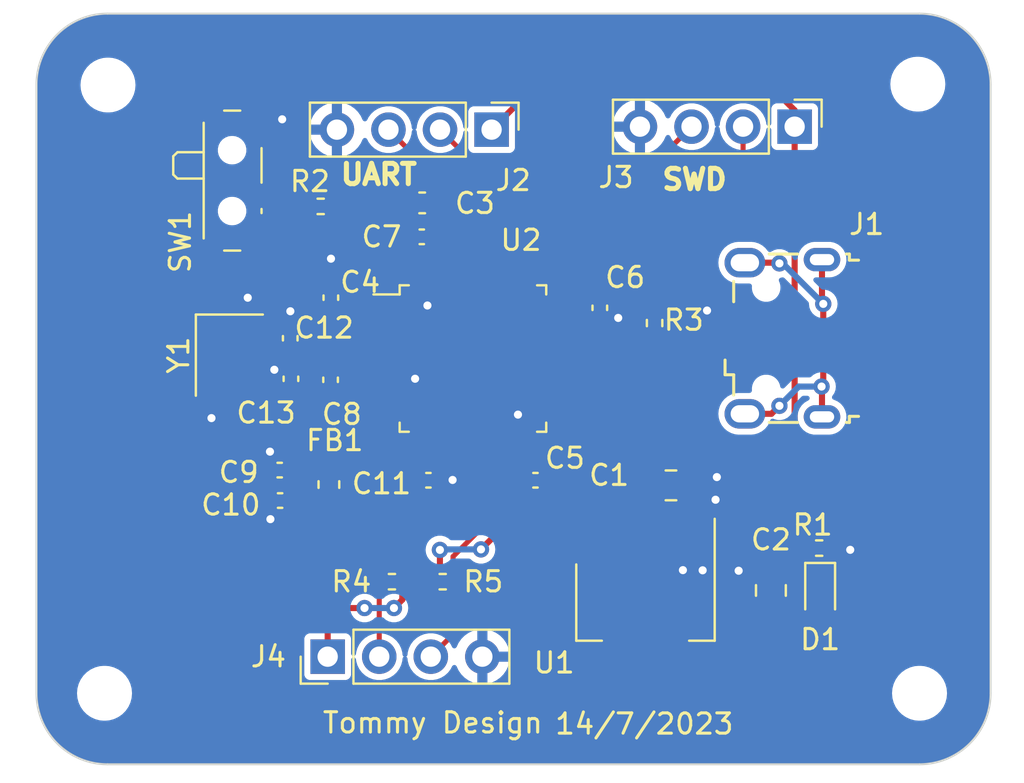
<source format=kicad_pcb>
(kicad_pcb (version 20221018) (generator pcbnew)
  (layers (0 "F.Cu" signal) (31 "B.Cu" power) (34 "B.Paste" user) (35 "F.Paste" user) (36 "B.SilkS" user "B.Silkscreen") (37 "F.SilkS" user "F.Silkscreen") (38 "B.Mask" user) (39 "F.Mask" user) (44 "Edge.Cuts" user))
  (net 0 "")
  (net 1 "VBUS")
  (net 2 "+3.3V")
  (net 3 "GND")
  (net 4 "+3.3VA")
  (net 5 "/NRST")
  (net 6 "/HSE_IN")
  (net 7 "/HSE_OUT")
  (net 8 "/Cathot")
  (net 9 "/USB_D-")
  (net 10 "/USB_D+")
  (net 12 "unconnected-(J1-Shield-Pad6)")
  (net 13 "/USART1_TX")
  (net 14 "/USART1_RX")
  (net 15 "/SWDIO")
  (net 16 "/SWCLK")
  (net 17 "/I2C2_SCL")
  (net 18 "/I2C2_SDA")
  (net 19 "/SV_BOOTO")
  (net 20 "/BOOTO")
  (footprint "Connector_PinHeader_2.54mm:PinHeader_1x04_P2.54mm_Vertical" (layer "F.Cu") (at 96.418683 54.717167 -90)
    (fp_text reference "J2" (at 2.5 -1.063738 -180) (layer "F.SilkS"))
    (fp_text value "Conn_01x04_Pin")
    (pad "1" thru_hole rect (at 0 0 270) (size 1.7 1.7) (drill 1) (layers "*.Cu" "*.Mask") (net 2 "+3.3V"))
    (pad "2" thru_hole oval (at 0 2.54 270) (size 1.7 1.7) (drill 1) (layers "*.Cu" "*.Mask") (net 13 "/USART1_TX"))
    (pad "3" thru_hole oval (at 0 5.08 270) (size 1.7 1.7) (drill 1) (layers "*.Cu" "*.Mask") (net 14 "/USART1_RX"))
    (pad "4" thru_hole oval (at 0 7.62 270) (size 1.7 1.7) (drill 1) (layers "*.Cu" "*.Mask") (net 3 "GND"))
  )
  (footprint "Resistor_SMD:R_0402_1005Metric" (layer "F.Cu") (at 112.556185 75.343833 180)
    (fp_text reference "R1" (at 0.322063 1.143255 180) (layer "F.SilkS"))
    (fp_text value "1K5")
    (pad "1" smd roundrect (at -0.51 0 180) (size 0.54 0.64) (layers "F.Cu" "F.Paste" "F.Mask") (net 3 "GND"))
    (pad "2" smd roundrect (at 0.51 0 180) (size 0.54 0.64) (layers "F.Cu" "F.Paste" "F.Mask") (net 8 "/Cathot"))
  )
  (footprint "MountingHole:MountingHole_2.2mm_M2" (layer "F.Cu") (at 77.350771 82.5)
    (fp_text reference "H1")
    (fp_text value "MountingHole")
    (pad "" np_thru_hole circle (at 0 0) (size 2.2 2.2) (drill 2.2) (layers "*.Cu" "*.Mask"))
  )
  (footprint "LED_SMD:LED_0603_1608Metric" (layer "F.Cu") (at 112.604427 77.56225 -90)
    (fp_text reference "D1" (at 2.2875 0 -180) (layer "F.SilkS"))
    (fp_text value "LED")
    (pad "1" smd roundrect (at -0.7875 0 270) (size 0.875 0.95) (layers "F.Cu" "F.Paste" "F.Mask") (net 8 "/Cathot"))
    (pad "2" smd roundrect (at 0.7875 0 270) (size 0.875 0.95) (layers "F.Cu" "F.Paste" "F.Mask") (net 2 "+3.3V"))
  )
  (footprint "Resistor_SMD:R_0402_1005Metric" (layer "F.Cu") (at 94.01 77 180)
    (fp_text reference "R5" (at -2 0) (layer "F.SilkS"))
    (fp_text value "1K5")
    (pad "1" smd roundrect (at -0.51 0 180) (size 0.54 0.64) (layers "F.Cu" "F.Paste" "F.Mask") (net 18 "/I2C2_SDA"))
    (pad "2" smd roundrect (at 0.51 0 180) (size 0.54 0.64) (layers "F.Cu" "F.Paste" "F.Mask") (net 2 "+3.3V"))
  )
  (footprint "Resistor_SMD:R_0402_1005Metric" (layer "F.Cu") (at 88 58.5)
    (fp_text reference "R2" (at -0.530639 -1.230854) (layer "F.SilkS"))
    (fp_text value "10K")
    (pad "1" smd roundrect (at -0.51 0) (size 0.54 0.64) (layers "F.Cu" "F.Paste" "F.Mask") (net 19 "/SV_BOOTO"))
    (pad "2" smd roundrect (at 0.51 0) (size 0.54 0.64) (layers "F.Cu" "F.Paste" "F.Mask") (net 20 "/BOOTO"))
  )
  (footprint "Connector_USB:USB_Micro-B_Wuerth_629105150521" (layer "F.Cu") (at 110.745 65 90)
    (fp_text reference "J1" (at 5.615977 4.150672 180) (layer "F.SilkS"))
    (fp_text value "USB_B_Micro")
    (pad "" np_thru_hole oval (at -2.5 -0.8 90) (size 0.8 0.8) (drill 0.8) (layers "*.Cu" "*.Mask"))
    (pad "" np_thru_hole oval (at 2.5 -0.8 90) (size 0.8 0.8) (drill 0.8) (layers "*.Cu" "*.Mask"))
    (pad "1" smd rect (at -1.3 -1.9 90) (size 0.45 1.3) (layers "F.Cu" "F.Paste" "F.Mask") (net 1 "VBUS"))
    (pad "2" smd rect (at -0.65 -1.9 90) (size 0.45 1.3) (layers "F.Cu" "F.Paste" "F.Mask") (net 9 "/USB_D-"))
    (pad "3" smd rect (at 0 -1.9 90) (size 0.45 1.3) (layers "F.Cu" "F.Paste" "F.Mask") (net 10 "/USB_D+"))
    (pad "4" smd rect (at 0.65 -1.9 90) (size 0.45 1.3) (layers "F.Cu" "F.Paste" "F.Mask"))
    (pad "5" smd rect (at 1.3 -1.9 90) (size 0.45 1.3) (layers "F.Cu" "F.Paste" "F.Mask") (net 3 "GND"))
    (pad "6" thru_hole oval (at -3.875 1.95 90) (size 1.15 1.8) (drill oval 0.55 1.2) (layers "*.Cu" "*.Mask") (net 12 "unconnected-(J1-Shield-Pad6)"))
    (pad "6" thru_hole oval (at -3.725 -1.85 90) (size 1.45 2) (drill oval 0.85 1.4) (layers "*.Cu" "*.Mask") (net 12 "unconnected-(J1-Shield-Pad6)"))
    (pad "6" thru_hole oval (at 3.725 -1.85 90) (size 1.45 2) (drill oval 0.85 1.4) (layers "*.Cu" "*.Mask") (net 12 "unconnected-(J1-Shield-Pad6)"))
    (pad "6" thru_hole oval (at 3.875 1.95 90) (size 1.15 1.8) (drill oval 0.55 1.2) (layers "*.Cu" "*.Mask") (net 12 "unconnected-(J1-Shield-Pad6)"))
  )
  (footprint "Package_TO_SOT_SMD:SOT-223-3_TabPin2" (layer "F.Cu") (at 104 78 -90)
    (fp_text reference "U1" (at 3 4.5 -180) (layer "F.SilkS"))
    (fp_text value "AMS1117-3.3")
    (pad "1" smd rect (at -3.15 -2.3 270) (size 2 1.5) (layers "F.Cu" "F.Paste" "F.Mask") (net 3 "GND"))
    (pad "2" smd rect (at -3.15 0 270) (size 2 1.5) (layers "F.Cu" "F.Paste" "F.Mask") (net 2 "+3.3V"))
    (pad "2" smd rect (at 3.15 0 270) (size 2 3.8) (layers "F.Cu" "F.Paste" "F.Mask") (net 2 "+3.3V"))
    (pad "3" smd rect (at -3.15 2.3 270) (size 2 1.5) (layers "F.Cu" "F.Paste" "F.Mask") (net 1 "VBUS"))
  )
  (footprint "Capacitor_SMD:C_0402_1005Metric" (layer "F.Cu") (at 86 73 180)
    (fp_text reference "C10" (at 2.426205 -0.214709) (layer "F.SilkS"))
    (fp_text value "1u")
    (pad "1" smd roundrect (at -0.48 0 180) (size 0.56 0.62) (layers "F.Cu" "F.Paste" "F.Mask") (net 2 "+3.3V"))
    (pad "2" smd roundrect (at 0.48 0 180) (size 0.56 0.62) (layers "F.Cu" "F.Paste" "F.Mask") (net 3 "GND"))
  )
  (footprint "Capacitor_SMD:C_0402_1005Metric" (layer "F.Cu") (at 98.58 72 180)
    (fp_text reference "C5" (at -1.449801 1.088821) (layer "F.SilkS"))
    (fp_text value "100n")
    (pad "1" smd roundrect (at -0.48 0 180) (size 0.56 0.62) (layers "F.Cu" "F.Paste" "F.Mask") (net 2 "+3.3V"))
    (pad "2" smd roundrect (at 0.48 0 180) (size 0.56 0.62) (layers "F.Cu" "F.Paste" "F.Mask") (net 3 "GND"))
  )
  (footprint "Capacitor_SMD:C_0402_1005Metric" (layer "F.Cu") (at 88.487075 67.047458 90)
    (fp_text reference "C8" (at -1.700534 0.552341 180) (layer "F.SilkS"))
    (fp_text value "10u")
    (pad "1" smd roundrect (at -0.48 0 90) (size 0.56 0.62) (layers "F.Cu" "F.Paste" "F.Mask") (net 4 "+3.3VA"))
    (pad "2" smd roundrect (at 0.48 0 90) (size 0.56 0.62) (layers "F.Cu" "F.Paste" "F.Mask") (net 3 "GND"))
  )
  (footprint "Package_QFP:LQFP-48_7x7mm_P0.5mm" (layer "F.Cu") (at 95.5 66)
    (fp_text reference "U2" (at 2.366614 -5.834975) (layer "F.SilkS"))
    (fp_text value "STM32F103C8T6")
    (pad "1" smd roundrect (at -4.1625 -2.75) (size 1.475 0.3) (layers "F.Cu" "F.Paste" "F.Mask") (net 2 "+3.3V"))
    (pad "2" smd roundrect (at -4.1625 -2.25) (size 1.475 0.3) (layers "F.Cu" "F.Paste" "F.Mask"))
    (pad "3" smd roundrect (at -4.1625 -1.75) (size 1.475 0.3) (layers "F.Cu" "F.Paste" "F.Mask"))
    (pad "4" smd roundrect (at -4.1625 -1.25) (size 1.475 0.3) (layers "F.Cu" "F.Paste" "F.Mask"))
    (pad "5" smd roundrect (at -4.1625 -0.75) (size 1.475 0.3) (layers "F.Cu" "F.Paste" "F.Mask") (net 6 "/HSE_IN"))
    (pad "6" smd roundrect (at -4.1625 -0.25) (size 1.475 0.3) (layers "F.Cu" "F.Paste" "F.Mask") (net 7 "/HSE_OUT"))
    (pad "7" smd roundrect (at -4.1625 0.25) (size 1.475 0.3) (layers "F.Cu" "F.Paste" "F.Mask") (net 5 "/NRST"))
    (pad "8" smd roundrect (at -4.1625 0.75) (size 1.475 0.3) (layers "F.Cu" "F.Paste" "F.Mask") (net 3 "GND"))
    (pad "9" smd roundrect (at -4.1625 1.25) (size 1.475 0.3) (layers "F.Cu" "F.Paste" "F.Mask") (net 4 "+3.3VA"))
    (pad "10" smd roundrect (at -4.1625 1.75) (size 1.475 0.3) (layers "F.Cu" "F.Paste" "F.Mask"))
    (pad "11" smd roundrect (at -4.1625 2.25) (size 1.475 0.3) (layers "F.Cu" "F.Paste" "F.Mask"))
    (pad "12" smd roundrect (at -4.1625 2.75) (size 1.475 0.3) (layers "F.Cu" "F.Paste" "F.Mask"))
    (pad "13" smd roundrect (at -2.75 4.1625) (size 0.3 1.475) (layers "F.Cu" "F.Paste" "F.Mask"))
    (pad "14" smd roundrect (at -2.25 4.1625) (size 0.3 1.475) (layers "F.Cu" "F.Paste" "F.Mask"))
    (pad "15" smd roundrect (at -1.75 4.1625) (size 0.3 1.475) (layers "F.Cu" "F.Paste" "F.Mask"))
    (pad "16" smd roundrect (at -1.25 4.1625) (size 0.3 1.475) (layers "F.Cu" "F.Paste" "F.Mask"))
    (pad "17" smd roundrect (at -0.75 4.1625) (size 0.3 1.475) (layers "F.Cu" "F.Paste" "F.Mask"))
    (pad "18" smd roundrect (at -0.25 4.1625) (size 0.3 1.475) (layers "F.Cu" "F.Paste" "F.Mask"))
    (pad "19" smd roundrect (at 0.25 4.1625) (size 0.3 1.475) (layers "F.Cu" "F.Paste" "F.Mask"))
    (pad "20" smd roundrect (at 0.75 4.1625) (size 0.3 1.475) (layers "F.Cu" "F.Paste" "F.Mask"))
    (pad "21" smd roundrect (at 1.25 4.1625) (size 0.3 1.475) (layers "F.Cu" "F.Paste" "F.Mask") (net 17 "/I2C2_SCL"))
    (pad "22" smd roundrect (at 1.75 4.1625) (size 0.3 1.475) (layers "F.Cu" "F.Paste" "F.Mask") (net 18 "/I2C2_SDA"))
    (pad "23" smd roundrect (at 2.25 4.1625) (size 0.3 1.475) (layers "F.Cu" "F.Paste" "F.Mask") (net 3 "GND"))
    (pad "24" smd roundrect (at 2.75 4.1625) (size 0.3 1.475) (layers "F.Cu" "F.Paste" "F.Mask") (net 2 "+3.3V"))
    (pad "25" smd roundrect (at 4.1625 2.75) (size 1.475 0.3) (layers "F.Cu" "F.Paste" "F.Mask"))
    (pad "26" smd roundrect (at 4.1625 2.25) (size 1.475 0.3) (layers "F.Cu" "F.Paste" "F.Mask"))
    (pad "27" smd roundrect (at 4.1625 1.75) (size 1.475 0.3) (layers "F.Cu" "F.Paste" "F.Mask"))
    (pad "28" smd roundrect (at 4.1625 1.25) (size 1.475 0.3) (layers "F.Cu" "F.Paste" "F.Mask"))
    (pad "29" smd roundrect (at 4.1625 0.75) (size 1.475 0.3) (layers "F.Cu" "F.Paste" "F.Mask"))
    (pad "30" smd roundrect (at 4.1625 0.25) (size 1.475 0.3) (layers "F.Cu" "F.Paste" "F.Mask"))
    (pad "31" smd roundrect (at 4.1625 -0.25) (size 1.475 0.3) (layers "F.Cu" "F.Paste" "F.Mask"))
    (pad "32" smd roundrect (at 4.1625 -0.75) (size 1.475 0.3) (layers "F.Cu" "F.Paste" "F.Mask") (net 9 "/USB_D-"))
    (pad "33" smd roundrect (at 4.1625 -1.25) (size 1.475 0.3) (layers "F.Cu" "F.Paste" "F.Mask") (net 10 "/USB_D+"))
    (pad "34" smd roundrect (at 4.1625 -1.75) (size 1.475 0.3) (layers "F.Cu" "F.Paste" "F.Mask") (net 15 "/SWDIO"))
    (pad "35" smd roundrect (at 4.1625 -2.25) (size 1.475 0.3) (layers "F.Cu" "F.Paste" "F.Mask") (net 3 "GND"))
    (pad "36" smd roundrect (at 4.1625 -2.75) (size 1.475 0.3) (layers "F.Cu" "F.Paste" "F.Mask") (net 2 "+3.3V"))
    (pad "37" smd roundrect (at 2.75 -4.1625) (size 0.3 1.475) (layers "F.Cu" "F.Paste" "F.Mask") (net 16 "/SWCLK"))
    (pad "38" smd roundrect (at 2.25 -4.1625) (size 0.3 1.475) (layers "F.Cu" "F.Paste" "F.Mask"))
    (pad "39" smd roundrect (at 1.75 -4.1625) (size 0.3 1.475) (layers "F.Cu" "F.Paste" "F.Mask"))
    (pad "40" smd roundrect (at 1.25 -4.1625) (size 0.3 1.475) (layers "F.Cu" "F.Paste" "F.Mask"))
    (pad "41" smd roundrect (at 0.75 -4.1625) (size 0.3 1.475) (layers "F.Cu" "F.Paste" "F.Mask"))
    (pad "42" smd roundrect (at 0.25 -4.1625) (size 0.3 1.475) (layers "F.Cu" "F.Paste" "F.Mask") (net 13 "/USART1_TX"))
    (pad "43" smd roundrect (at -0.25 -4.1625) (size 0.3 1.475) (layers "F.Cu" "F.Paste" "F.Mask") (net 14 "/USART1_RX"))
    (pad "44" smd roundrect (at -0.75 -4.1625) (size 0.3 1.475) (layers "F.Cu" "F.Paste" "F.Mask") (net 20 "/BOOTO"))
    (pad "45" smd roundrect (at -1.25 -4.1625) (size 0.3 1.475) (layers "F.Cu" "F.Paste" "F.Mask"))
    (pad "46" smd roundrect (at -1.75 -4.1625) (size 0.3 1.475) (layers "F.Cu" "F.Paste" "F.Mask"))
    (pad "47" smd roundrect (at -2.25 -4.1625) (size 0.3 1.475) (layers "F.Cu" "F.Paste" "F.Mask") (net 3 "GND"))
    (pad "48" smd roundrect (at -2.75 -4.1625) (size 0.3 1.475) (layers "F.Cu" "F.Paste" "F.Mask") (net 2 "+3.3V"))
  )
  (footprint "Inductor_SMD:L_0603_1608Metric" (layer "F.Cu") (at 88.403957 72.211069 90)
    (fp_text reference "FB1" (at 2.172143 0.286558 180) (layer "F.SilkS"))
    (fp_text value "120R")
    (pad "1" smd roundrect (at -0.7875 0 90) (size 0.875 0.95) (layers "F.Cu" "F.Paste" "F.Mask") (net 2 "+3.3V"))
    (pad "2" smd roundrect (at 0.7875 0 90) (size 0.875 0.95) (layers "F.Cu" "F.Paste" "F.Mask") (net 4 "+3.3VA"))
  )
  (footprint "MountingHole:MountingHole_2.2mm_M2" (layer "F.Cu") (at 117.5 82.5)
    (fp_text reference "H2")
    (fp_text value "MountingHole")
    (pad "" np_thru_hole circle (at 0 0) (size 2.2 2.2) (drill 2.2) (layers "F&B.Cu" "*.Mask"))
  )
  (footprint "Capacitor_SMD:C_0402_1005Metric" (layer "F.Cu") (at 93.306696 72)
    (fp_text reference "C11" (at -2.313434 0.167223) (layer "F.SilkS"))
    (fp_text value "100n")
    (pad "1" smd roundrect (at -0.48 0) (size 0.56 0.62) (layers "F.Cu" "F.Paste" "F.Mask") (net 5 "/NRST"))
    (pad "2" smd roundrect (at 0.48 0) (size 0.56 0.62) (layers "F.Cu" "F.Paste" "F.Mask") (net 3 "GND"))
  )
  (footprint "Crystal:Crystal_SMD_3225-4Pin_3.2x2.5mm" (layer "F.Cu") (at 83.5 65.831698 -90)
    (fp_text reference "Y1" (at 0 2.5 90) (layer "F.SilkS"))
    (fp_text value "16MH")
    (pad "1" smd rect (at -1.1 0.85 270) (size 1.4 1.2) (layers "F.Cu" "F.Paste" "F.Mask") (net 6 "/HSE_IN"))
    (pad "2" smd rect (at 1.1 0.85 270) (size 1.4 1.2) (layers "F.Cu" "F.Paste" "F.Mask") (net 3 "GND"))
    (pad "3" smd rect (at 1.1 -0.85 270) (size 1.4 1.2) (layers "F.Cu" "F.Paste" "F.Mask") (net 7 "/HSE_OUT"))
    (pad "4" smd rect (at -1.1 -0.85 270) (size 1.4 1.2) (layers "F.Cu" "F.Paste" "F.Mask") (net 3 "GND"))
  )
  (footprint "Capacitor_SMD:C_0402_1005Metric" (layer "F.Cu") (at 92.98 60)
    (fp_text reference "C7" (at -1.98 0) (layer "F.SilkS"))
    (fp_text value "100n")
    (pad "1" smd roundrect (at -0.48 0) (size 0.56 0.62) (layers "F.Cu" "F.Paste" "F.Mask") (net 2 "+3.3V"))
    (pad "2" smd roundrect (at 0.48 0) (size 0.56 0.62) (layers "F.Cu" "F.Paste" "F.Mask") (net 3 "GND"))
  )
  (footprint "Capacitor_SMD:C_0402_1005Metric" (layer "F.Cu") (at 88.5 63 90)
    (fp_text reference "C4" (at 0.762503 1.445792) (layer "F.SilkS"))
    (fp_text value "100n")
    (pad "1" smd roundrect (at -0.48 0 90) (size 0.56 0.62) (layers "F.Cu" "F.Paste" "F.Mask") (net 2 "+3.3V"))
    (pad "2" smd roundrect (at 0.48 0 90) (size 0.56 0.62) (layers "F.Cu" "F.Paste" "F.Mask") (net 3 "GND"))
  )
  (footprint "Button_Switch_SMD:SW_SPDT_PCM12" (layer "F.Cu") (at 83.965935 57.229255 -90)
    (fp_text reference "SW1" (at 3.023797 2.883614 90) (layer "F.SilkS"))
    (fp_text value "SW_SPDT")
    (pad "" smd rect (at -3.65 -0.78 270) (size 1 0.8) (layers "F.Cu" "F.Paste" "F.Mask"))
    (pad "" smd rect (at -3.65 1.43 270) (size 1 0.8) (layers "F.Cu" "F.Paste" "F.Mask"))
    (pad "" np_thru_hole circle (at -1.5 0.33 270) (size 0.9 0.9) (drill 0.9) (layers "*.Cu" "*.Mask"))
    (pad "" np_thru_hole circle (at 1.5 0.33 270) (size 0.9 0.9) (drill 0.9) (layers "*.Cu" "*.Mask"))
    (pad "" smd rect (at 3.65 -0.78 270) (size 1 0.8) (layers "F.Cu" "F.Paste" "F.Mask"))
    (pad "" smd rect (at 3.65 1.43 270) (size 1 0.8) (layers "F.Cu" "F.Paste" "F.Mask"))
    (pad "1" smd rect (at -2.25 -1.43 270) (size 0.7 1.5) (layers "F.Cu" "F.Paste" "F.Mask") (net 3 "GND"))
    (pad "2" smd rect (at 0.75 -1.43 270) (size 0.7 1.5) (layers "F.Cu" "F.Paste" "F.Mask") (net 19 "/SV_BOOTO"))
    (pad "3" smd rect (at 2.25 -1.43 270) (size 0.7 1.5) (layers "F.Cu" "F.Paste" "F.Mask") (net 2 "+3.3V"))
  )
  (footprint "Capacitor_SMD:C_0603_1608Metric" (layer "F.Cu") (at 93 58.327489)
    (fp_text reference "C3" (at 2.597971 0.021471) (layer "F.SilkS"))
    (fp_text value "10u")
    (pad "1" smd roundrect (at -0.775 0) (size 0.9 0.95) (layers "F.Cu" "F.Paste" "F.Mask") (net 2 "+3.3V"))
    (pad "2" smd roundrect (at 0.775 0) (size 0.9 0.95) (layers "F.Cu" "F.Paste" "F.Mask") (net 3 "GND"))
  )
  (footprint "Connector_PinHeader_2.54mm:PinHeader_1x04_P2.54mm_Vertical" (layer "F.Cu") (at 111.347694 54.570629 -90)
    (fp_text reference "J3" (at 2.5 8.8 -180) (layer "F.SilkS"))
    (fp_text value "Conn_01x04_Pin")
    (pad "1" thru_hole rect (at 0 0 270) (size 1.7 1.7) (drill 1) (layers "*.Cu" "*.Mask") (net 2 "+3.3V"))
    (pad "2" thru_hole oval (at 0 2.54 270) (size 1.7 1.7) (drill 1) (layers "*.Cu" "*.Mask") (net 15 "/SWDIO"))
    (pad "3" thru_hole oval (at 0 5.08 270) (size 1.7 1.7) (drill 1) (layers "*.Cu" "*.Mask") (net 16 "/SWCLK"))
    (pad "4" thru_hole oval (at 0 7.62 270) (size 1.7 1.7) (drill 1) (layers "*.Cu" "*.Mask") (net 3 "GND"))
  )
  (footprint "Connector_PinHeader_2.54mm:PinHeader_1x04_P2.54mm_Vertical" (layer "F.Cu") (at 88.344177 80.696343 90)
    (fp_text reference "J4" (at 0 -2.92 180) (layer "F.SilkS"))
    (fp_text value "Conn_01x04_Pin")
    (pad "1" thru_hole rect (at 0 0 90) (size 1.7 1.7) (drill 1) (layers "*.Cu" "*.Mask") (net 2 "+3.3V"))
    (pad "2" thru_hole oval (at 0 2.54 90) (size 1.7 1.7) (drill 1) (layers "*.Cu" "*.Mask") (net 17 "/I2C2_SCL"))
    (pad "3" thru_hole oval (at 0 5.08 90) (size 1.7 1.7) (drill 1) (layers "*.Cu" "*.Mask") (net 18 "/I2C2_SDA"))
    (pad "4" thru_hole oval (at 0 7.62 90) (size 1.7 1.7) (drill 1) (layers "*.Cu" "*.Mask") (net 3 "GND"))
  )
  (footprint "MountingHole:MountingHole_2.2mm_M2" (layer "F.Cu") (at 117.416497 52.47508)
    (fp_text reference "H4")
    (fp_text value "MountingHole")
    (pad "" np_thru_hole circle (at 0 0) (size 2.2 2.2) (drill 2.2) (layers "*.Cu" "*.Mask"))
  )
  (footprint "Resistor_SMD:R_0402_1005Metric" (layer "F.Cu") (at 91.51 77)
    (fp_text reference "R4" (at -2 0) (layer "F.SilkS"))
    (fp_text value "1K5")
    (pad "1" smd roundrect (at -0.51 0) (size 0.54 0.64) (layers "F.Cu" "F.Paste" "F.Mask") (net 17 "/I2C2_SCL"))
    (pad "2" smd roundrect (at 0.51 0) (size 0.54 0.64) (layers "F.Cu" "F.Paste" "F.Mask") (net 2 "+3.3V"))
  )
  (footprint "Resistor_SMD:R_0402_1005Metric" (layer "F.Cu") (at 104.448729 64.251299 -90)
    (fp_text reference "R3" (at -0.147143 -1.437473 -180) (layer "F.SilkS"))
    (fp_text value "1k5")
    (pad "1" smd roundrect (at -0.51 0 270) (size 0.54 0.64) (layers "F.Cu" "F.Paste" "F.Mask") (net 2 "+3.3V"))
    (pad "2" smd roundrect (at 0.51 0 270) (size 0.54 0.64) (layers "F.Cu" "F.Paste" "F.Mask") (net 10 "/USB_D+"))
  )
  (footprint "Capacitor_SMD:C_0805_2012Metric" (layer "F.Cu") (at 110.178222 77.431787 90)
    (fp_text reference "C2" (at 2.5 0) (layer "F.SilkS"))
    (fp_text value "22u")
    (pad "1" smd roundrect (at -0.95 0 90) (size 1 1.45) (layers "F.Cu" "F.Paste" "F.Mask") (net 2 "+3.3V"))
    (pad "2" smd roundrect (at 0.95 0 90) (size 1 1.45) (layers "F.Cu" "F.Paste" "F.Mask") (net 3 "GND"))
  )
  (footprint "Capacitor_SMD:C_0402_1005Metric" (layer "F.Cu") (at 86.5 65 90)
    (fp_text reference "C12" (at 0.508602 1.667163 180) (layer "F.SilkS"))
    (fp_text value "10p")
    (pad "1" smd roundrect (at -0.48 0 90) (size 0.56 0.62) (layers "F.Cu" "F.Paste" "F.Mask") (net 6 "/HSE_IN"))
    (pad "2" smd roundrect (at 0.48 0 90) (size 0.56 0.62) (layers "F.Cu" "F.Paste" "F.Mask") (net 3 "GND"))
  )
  (footprint "Capacitor_SMD:C_0402_1005Metric" (layer "F.Cu") (at 101.75 63.5 -90)
    (fp_text reference "C6" (at -1.5 -1.25) (layer "F.SilkS"))
    (fp_text value "100n")
    (pad "1" smd roundrect (at -0.48 0 270) (size 0.56 0.62) (layers "F.Cu" "F.Paste" "F.Mask") (net 2 "+3.3V"))
    (pad "2" smd roundrect (at 0.48 0 270) (size 0.56 0.62) (layers "F.Cu" "F.Paste" "F.Mask") (net 3 "GND"))
  )
  (footprint "Capacitor_SMD:C_0402_1005Metric" (layer "F.Cu") (at 86.533848 66.998486 90)
    (fp_text reference "C13" (at -1.68241 -1.22499 180) (layer "F.SilkS"))
    (fp_text value "10p")
    (pad "1" smd roundrect (at -0.48 0 90) (size 0.56 0.62) (layers "F.Cu" "F.Paste" "F.Mask") (net 7 "/HSE_OUT"))
    (pad "2" smd roundrect (at 0.48 0 90) (size 0.56 0.62) (layers "F.Cu" "F.Paste" "F.Mask") (net 3 "GND"))
  )
  (footprint "Capacitor_SMD:C_0402_1005Metric" (layer "F.Cu") (at 85.98 71.5 180)
    (fp_text reference "C9" (at 2.018259 -0.107354) (layer "F.SilkS"))
    (fp_text value "1u")
    (pad "1" smd roundrect (at -0.48 0 180) (size 0.56 0.62) (layers "F.Cu" "F.Paste" "F.Mask") (net 4 "+3.3VA"))
    (pad "2" smd roundrect (at 0.48 0 180) (size 0.56 0.62) (layers "F.Cu" "F.Paste" "F.Mask") (net 3 "GND"))
  )
  (footprint "Capacitor_SMD:C_0805_2012Metric" (layer "F.Cu") (at 105.256117 72.252032)
    (fp_text reference "C1" (at -3.05 -0.5) (layer "F.SilkS"))
    (fp_text value "22u")
    (pad "1" smd roundrect (at -0.95 0) (size 1 1.45) (layers "F.Cu" "F.Paste" "F.Mask") (net 1 "VBUS"))
    (pad "2" smd roundrect (at 0.95 0) (size 1 1.45) (layers "F.Cu" "F.Paste" "F.Mask") (net 3 "GND"))
  )
  (footprint "MountingHole:MountingHole_2.2mm_M2" (layer "F.Cu") (at 77.521904 52.51892)
    (fp_text reference "H3")
    (fp_text value "MountingHole")
    (pad "" np_thru_hole circle (at 0 0) (size 2.2 2.2) (drill 2.2) (layers "*.Cu" "*.Mask"))
  )
  (gr_line (start 121 52.5) (end 121 82.5) (stroke (width 0.1)) (layer "Edge.Cuts"))
  (gr_line (start 77.5 86) (end 117.5 86) (stroke (width 0.1)) (layer "Edge.Cuts"))
  (gr_arc (start 77.5 86) (mid 75.025126 84.974874) (end 74 82.5) (stroke (width 0.1)) (layer "Edge.Cuts"))
  (gr_line (start 74 82.5) (end 74 52.5) (stroke (width 0.1)) (layer "Edge.Cuts"))
  (gr_line (start 77.5 49) (end 117.5 49) (stroke (width 0.1)) (layer "Edge.Cuts"))
  (gr_arc (start 74 52.5) (mid 75.025126 50.025126) (end 77.5 49) (stroke (width 0.1)) (layer "Edge.Cuts"))
  (gr_arc (start 121 82.5) (mid 119.974874 84.974874) (end 117.5 86) (stroke (width 0.1)) (layer "Edge.Cuts"))
  (gr_arc (start 117.5 49) (mid 119.974874 50.025126) (end 121 52.5) (stroke (width 0.1)) (layer "Edge.Cuts"))
  (gr_text "Tommy Design\n" (at 88.01803 84.540659) (layer "F.SilkS") (effects (font (size 1 1)) (justify left bottom)))
  (gr_text "SWD\n" (at 104.705076 57.757607) (layer "F.SilkS") (effects (font (size 1 1) (thickness 0.25) bold) (justify left bottom)))
  (gr_text "UART" (at 88.864966 57.513377) (layer "F.SilkS") (effects (font (size 1 1) (thickness 0.25) bold) (justify left bottom)))
  (gr_text "14/7/2023" (at 99.461986 84.596483) (layer "F.SilkS") (effects (font (size 1 1)) (justify left bottom)))
  (segment (start 100.606335 81.15) (end 99.115383 79.659048) (width 0.3) (layer "F.Cu") (net 2))
  (segment (start 111.489027 79.991309) (end 110.330336 81.15) (width 0.3) (layer "F.Cu") (net 2))
  (segment (start 78.744684 63.124763) (end 78.744684 72.448488) (width 0.3) (layer "F.Cu") (net 2))
  (segment (start 85.395935 59.479255) (end 86.726367 60.809687) (width 0.3) (layer "F.Cu") (net 2))
  (segment (start 111.347694 53.761963) (end 111.347694 54.570629) (width 0.3) (layer "F.Cu") (net 2))
  (segment (start 86.66103 61.928789) (end 79.940658 61.928789) (width 0.3) (layer "F.Cu") (net 2))
  (segment (start 115.325089 72.309467) (end 115.436737 72.421115) (width 0.3) (layer "F.Cu") (net 2))
  (segment (start 115.436737 79.510786) (end 113.797523 81.15) (width 0.3) (layer "F.Cu") (net 2))
  (segment (start 101.75 63.02) (end 103.72743 63.02) (width 0.3) (layer "F.Cu") (net 2))
  (segment (start 99.115383 72.055383) (end 99.06 72) (width 0.3) (layer "F.Cu") (net 2))
  (segment (start 88.9 73.494612) (end 88.9 78.29983) (width 0.3) (layer "F.Cu") (net 2))
  (segment (start 97.644429 73.66) (end 95.896424 75.408005) (width 0.3) (layer "F.Cu") (net 2))
  (segment (start 86.726367 60.809687) (end 86.726367 61.863452) (width 0.3) (layer "F.Cu") (net 2))
  (segment (start 113.797523 81.15) (end 110.330336 81.15) (width 0.3) (layer "F.Cu") (net 2))
  (segment (start 92.225 59.725) (end 92.5 60) (width 0.5) (layer "F.Cu") (net 2))
  (segment (start 103.72743 63.02) (end 104.448729 63.741299) (width 0.3) (layer "F.Cu") (net 2))
  (segment (start 111.47322 72.309467) (end 115.325089 72.309467) (width 0.3) (layer "F.Cu") (net 2))
  (segment (start 104 81.15) (end 100.606335 81.15) (width 0.3) (layer "F.Cu") (net 2))
  (segment (start 88.5 63.48) (end 88.73 63.25) (width 0.3) (layer "F.Cu") (net 2))
  (segment (start 107.70294 58.804311) (end 111.347694 58.804311) (width 0.3) (layer "F.Cu") (net 2))
  (segment (start 92.225 58.327489) (end 92.225 59.725) (width 0.5) (layer "F.Cu") (net 2))
  (segment (start 109.575198 51.989467) (end 111.347694 53.761963) (width 0.3) (layer "F.Cu") (net 2))
  (segment (start 92.02 77) (end 92.02 77.888507) (width 0.3) (layer "F.Cu") (net 2))
  (segment (start 88.402526 73) (end 88.403957 72.998569) (width 0.3) (layer "F.Cu") (net 2))
  (segment (start 110.330336 81.15) (end 104 81.15) (width 0.3) (layer "F.Cu") (net 2))
  (segment (start 84.596026 78.29983) (end 88.9 78.29983) (width 0.3) (layer "F.Cu") (net 2))
  (segment (start 93.87298 75.433845) (end 93.87298 76.62702) (width 0.3) (layer "F.Cu") (net 2))
  (segment (start 88.73 63.25) (end 91.3375 63.25) (width 0.3) (layer "F.Cu") (net 2))
  (segment (start 110.178222 78.381787) (end 111.489027 78.381787) (width 0.3) (layer "F.Cu") (net 2))
  (segment (start 92.75 62.833566) (end 92.75 61.8375) (width 0.3) (layer "F.Cu") (net 2))
  (segment (start 91.3375 63.25) (end 92.333566 63.25) (width 0.3) (layer "F.Cu") (net 2))
  (segment (start 101.73 63) (end 101.75 63.02) (width 0.3) (layer "F.Cu") (net 2))
  (segment (start 99.115383 73.66) (end 99.115383 72.055383) (width 0.3) (layer "F.Cu") (net 2))
  (segment (start 86.726367 61.863452) (end 86.66103 61.928789) (width 0.3) (layer "F.Cu") (net 2))
  (segment (start 107.70294 59.04449) (end 107.70294 58.804311) (width 0.3) (layer "F.Cu") (net 2))
  (segment (start 91.681572 58.327489) (end 92.225 58.327489) (width 0.3) (layer "F.Cu") (net 2))
  (segment (start 90.427506 59.581555) (end 91.681572 58.327489) (width 0.3) (layer "F.Cu") (net 2))
  (segment (start 88.9 78.29983) (end 88.344177 78.855653) (width 0.3) (layer "F.Cu") (net 2))
  (segment (start 92.5 60.75) (end 92.5 60) (width 0.3) (layer "F.Cu") (net 2))
  (segment (start 93.5 77) (end 92.02 77) (width 0.3) (layer "F.Cu") (net 2))
  (segment (start 111.347694 72.183941) (end 111.47322 72.309467) (width 0.3) (layer "F.Cu") (net 2))
  (segment (start 88.403957 72.998569) (end 88.9 73.494612) (width 0.3) (layer "F.Cu") (net 2))
  (segment (start 92.333566 63.25) (end 92.75 62.833566) (width 0.3) (layer "F.Cu") (net 2))
  (segment (start 99.115383 79.659048) (end 99.115383 73.66) (width 0.3) (layer "F.Cu") (net 2))
  (segment (start 99.8925 63.02) (end 99.6625 63.25) (width 0.3) (layer "F.Cu") (net 2))
  (segment (start 101.75 63.02) (end 99.8925 63.02) (width 0.3) (layer "F.Cu") (net 2))
  (segment (start 87.468825 60.809687) (end 87.468825 59.693203) (width 0.3) (layer "F.Cu") (net 2))
  (segment (start 87.468825 59.693203) (end 87.580473 59.581555) (width 0.3) (layer "F.Cu") (net 2))
  (segment (start 86.48 73) (end 88.402526 73) (width 0.3) (layer "F.Cu") (net 2))
  (segment (start 90.427506 59.581555) (end 90.427506 62.340006) (width 0.3) (layer "F.Cu") (net 2))
  (segment (start 98.25 70.1625) (end 99.06 70.9725) (width 0.25) (layer "F.Cu") (net 2))
  (segment (start 78.744684 72.448488) (end 84.596026 78.29983) (width 0.3) (layer "F.Cu") (net 2))
  (segment (start 96.418683 54.717167) (end 99.146383 51.989467) (width 0.3) (layer "F.Cu") (net 2))
  (segment (start 92.75 61.8375) (end 92.75 61) (width 0.3) (layer "F.Cu") (net 2))
  (segment (start 79.940658 61.928789) (end 78.744684 63.124763) (width 0.3) (layer "F.Cu") (net 2))
  (segment (start 111.489027 78.381787) (end 112.57239 78.381787) (width 0.3) (layer "F.Cu") (net 2))
  (segment (start 92.02 77.888507) (end 91.608677 78.29983) (width 0.3) (layer "F.Cu") (net 2))
  (segment (start 111.347694 54.570629) (end 111.347694 58.804311) (width 0.3) (layer "F.Cu") (net 2))
  (segment (start 99.06 70.9725) (end 99.06 72) (width 0.25) (layer "F.Cu") (net 2))
  (segment (start 103.72743 63.02) (end 107.70294 59.04449) (width 0.3) (layer "F.Cu") (net 2))
  (segment (start 111.489027 78.381787) (end 111.489027 79.991309) (width 0.3) (layer "F.Cu") (net 2))
  (segment (start 87.580473 59.581555) (end 90.427506 59.581555) (width 0.3) (layer "F.Cu") (net 2))
  (segment (start 90.427506 62.340006) (end 91.3375 63.25) (width 0.3) (layer "F.Cu") (net 2))
  (segment (start 93.87298 76.62702) (end 93.5 77) (width 0.3) (layer "F.Cu") (net 2))
  (segment (start 111.347694 58.804311) (end 111.347694 72.183941) (width 0.3) (layer "F.Cu") (net 2))
  (segment (start 92.75 61) (end 92.5 60.75) (width 0.3) (layer "F.Cu") (net 2))
  (segment (start 115.436737 72.421115) (end 115.436737 79.510786) (width 0.3) (layer "F.Cu") (net 2))
  (segment (start 99.146383 51.989467) (end 109.575198 51.989467) (width 0.3) (layer "F.Cu") (net 2))
  (segment (start 112.57239 78.381787) (end 112.604427 78.34975) (width 0.3) (layer "F.Cu") (net 2))
  (segment (start 88.344177 78.855653) (end 88.344177 80.696343) (width 0.3) (layer "F.Cu") (net 2))
  (segment (start 90.159677 78.29983) (end 88.9 78.29983) (width 0.3) (layer "F.Cu") (net 2))
  (segment (start 86.726367 60.809687) (end 87.468825 60.809687) (width 0.3) (layer "F.Cu") (net 2))
  (segment (start 99.115383 73.66) (end 97.644429 73.66) (width 0.3) (layer "F.Cu") (net 2))
  (via (at 93.87298 75.433845) (size 0.8) (drill 0.4) (layers "F.Cu" "B.Cu") (net 2))
  (via (at 91.608677 78.29983) (size 0.8) (drill 0.4) (layers "F.Cu" "B.Cu") (net 2))
  (via (at 95.896424 75.408005) (size 0.8) (drill 0.4) (layers "F.Cu" "B.Cu") (net 2))
  (via (at 90.159677 78.29983) (size 0.8) (drill 0.4) (layers "F.Cu" "B.Cu") (net 2))
  (segment (start 95.896424 75.408005) (end 93.89882 75.408005) (width 0.3) (layer "B.Cu") (net 2))
  (segment (start 93.89882 75.408005) (end 93.87298 75.433845) (width 0.3) (layer "B.Cu") (net 2))
  (segment (start 91.608677 78.29983) (end 90.159677 78.29983) (width 0.3) (layer "B.Cu") (net 2))
  (segment (start 93.775 58.327489) (end 93.775 59.685) (width 0.5) (layer "F.Cu") (net 3))
  (segment (start 97.75 70.1625) (end 97.75 68.796397) (width 0.25) (layer "F.Cu") (net 3))
  (segment (start 93.786696 72) (end 94.482867 72) (width 0.5) (layer "F.Cu") (net 3))
  (segment (start 88.5 61.085318) (end 88.507246 61.078072) (width 0.5) (layer "F.Cu") (net 3))
  (segment (start 108.679064 76.55) (end 108.58938 76.460316) (width 0.5) (layer "F.Cu") (net 3))
  (segment (start 93.5 60.75) (end 93.5 60.04) (width 0.3) (layer "F.Cu") (net 3))
  (segment (start 86.5 64.52) (end 86.5 63.674693) (width 0.5) (layer "F.Cu") (net 3))
  (segment (start 97.75 68.796397) (end 97.718235 68.764632) (width 0.25) (layer "F.Cu") (net 3))
  (segment (start 84.35 64.731698) (end 84.35 63.058923) (width 0.5) (layer "F.Cu") (net 3))
  (segment (start 94.482867 72) (end 94.49761 71.985257) (width 0.5) (layer "F.Cu") (net 3))
  (segment (start 91.3375 66.75) (end 88.669617 66.75) (width 0.3) (layer "F.Cu") (net 3))
  (segment (start 98.187526 71.353095) (end 98.187526 71.912474) (width 0.25) (layer "F.Cu") (net 3))
  (segment (start 100.75 63.75) (end 101 64) (width 0.3) (layer "F.Cu") (net 3))
  (segment (start 82.65 68.90689) (end 82.61975 68.93714) (width 0.5) (layer "F.Cu") (net 3))
  (segment (start 88.5 62.52) (end 88.5 61.085318) (width 0.5) (layer "F.Cu") (net 3))
  (segment (start 97.75 70.965685) (end 98.13741 71.353095) (width 0.25) (layer "F.Cu") (net 3))
  (segment (start 84.35 63.058923) (end 84.406592 63.002331) (width 0.5) (layer "F.Cu") (net 3))
  (segment (start 114.000031 75.343833) (end 114.085914 75.429716) (width 0.5) (layer "F.Cu") (net 3))
  (segment (start 101.73 64) (end 101.75 63.98) (width 0.3) (layer "F.Cu") (net 3))
  (segment (start 93.25 63.377234) (end 93.258143 63.385377) (width 0.3) (layer "F.Cu") (net 3))
  (segment (start 88.669617 66.75) (end 88.487075 66.567458) (width 0.3) (layer "F.Cu") (net 3))
  (segment (start 108.845 63.7) (end 107.098973 63.7) (width 0.3) (layer "F.Cu") (net 3))
  (segment (start 98.187526 71.912474) (end 98.1 72) (width 0.25) (layer "F.Cu") (net 3))
  (segment (start 82.65 66.931698) (end 82.65 68.90689) (width 0.5) (layer "F.Cu") (net 3))
  (segment (start 107.098973 63.7) (end 107.032623 63.63365) (width 0.3) (layer "F.Cu") (net 3))
  (segment (start 85.395935 54.979255) (end 85.395935 54.913981) (width 0.5) (layer "F.Cu") (net 3))
  (segment (start 91.3375 66.75) (end 92.403863 66.75) (width 0.3) (layer "F.Cu") (net 3))
  (segment (start 113.066185 75.343833) (end 114.000031 75.343833) (width 0.5) (layer "F.Cu") (net 3))
  (segment (start 93.498959 60.75) (end 93.5 60.75) (width 0.3) (layer "F.Cu") (net 3))
  (segment (start 85.395935 54.913981) (end 86.102512 54.207404) (width 0.5) (layer "F.Cu") (net 3))
  (segment (start 85.750687 66.518486) (end 85.716037 66.553136) (width 0.5) (layer "F.Cu") (net 3))
  (segment (start 97.75 70.1625) (end 97.75 70.965685) (width 0.25) (layer "F.Cu") (net 3))
  (segment (start 85.5 71.5) (end 85.5 70.590982) (width 0.5) (layer "F.Cu") (net 3))
  (segment (start 92.403863 66.75) (end 92.650487 66.996624) (width 0.3) (layer "F.Cu") (net 3))
  (segment (start 86.5 63.674693) (end 86.505091 63.669602) (width 0.5) (layer "F.Cu") (net 3))
  (segment (start 93.775 59.685) (end 93.46 60) (width 0.5) (layer "F.Cu") (net 3))
  (segment (start 101.75 63.98) (end 102.638422 63.98) (width 0.3) (layer "F.Cu") (net 3))
  (segment (start 85.5 70.590982) (end 85.501329 70.589653) (width 0.5) (layer "F.Cu") (net 3))
  (segment (start 93.5 60.04) (end 93.46 60) (width 0.3) (layer "F.Cu") (net 3))
  (segment (start 85.52 73.914833) (end 85.5228 73.917633) (width 0.5) (layer "F.Cu") (net 3))
  (segment (start 86.533848 66.518486) (end 85.750687 66.518486) (width 0.5) (layer "F.Cu") (net 3))
  (segment (start 93.25 61.8375) (end 93.25 60.998959) (width 0.3) (layer "F.Cu") (net 3))
  (segment (start 93.25 60.998959) (end 93.498959 60.75) (width 0.3) (layer "F.Cu") (net 3))
  (segment (start 101 64) (end 101.73 64) (width 0.3) (layer "F.Cu") (net 3))
  (segment (start 85.52 73) (end 85.52 73.914833) (width 0.5) (layer "F.Cu") (net 3))
  (segment (start 93.25 61.8375) (end 93.25 63.377234) (width 0.3) (layer "F.Cu") (net 3))
  (segment (start 102.638422 63.98) (end 102.656528 63.998106) (width 0.3) (layer "F.Cu") (net 3))
  (segment (start 99.6625 63.75) (end 100.75 63.75) (width 0.3) (layer "F.Cu") (net 3))
  (segment (start 98.13741 71.353095) (end 98.187526 71.353095) (width 0.25) (layer "F.Cu") (net 3))
  (via (at 114.085914 75.429716) (size 0.8) (drill 0.4) (layers "F.Cu" "B.Cu") (net 3))
  (via (at 88.507246 61.078072) (size 0.8) (drill 0.4) (layers "F.Cu" "B.Cu") (net 3))
  (via (at 102.656528 63.998106) (size 0.8) (drill 0.4) (layers "F.Cu" "B.Cu") (net 3))
  (via (at 84.406592 63.002331) (size 0.8) (drill 0.4) (layers "F.Cu" "B.Cu") (net 3))
  (via (at 94.49761 71.985257) (size 0.8) (drill 0.4) (layers "F.Cu" "B.Cu") (net 3))
  (via (at 105.842953 76.430871) (size 0.8) (drill 0.4) (layers "F.Cu" "B.Cu") (net 3))
  (via (at 107.451426 72.96057) (size 0.8) (drill 0.4) (layers "F.Cu" "B.Cu") (net 3))
  (via (at 82.61975 68.93714) (size 0.8) (drill 0.4) (layers "F.Cu" "B.Cu") (net 3))
  (via (at 107.032623 63.63365) (size 0.8) (drill 0.4) (layers "F.Cu" "B.Cu") (net 3))
  (via (at 85.5228 73.917633) (size 0.8) (drill 0.4) (layers "F.Cu" "B.Cu") (net 3))
  (via (at 97.718235 68.764632) (size 0.8) (drill 0.4) (layers "F.Cu" "B.Cu") (net 3))
  (via (at 106.815889 76.438846) (size 0.8) (drill 0.4) (layers "F.Cu" "B.Cu") (net 3))
  (via (at 85.501329 70.589653) (size 0.8) (drill 0.4) (layers "F.Cu" "B.Cu") (net 3))
  (via (at 86.102512 54.207404) (size 0.8) (drill 0.4) (layers "F.Cu" "B.Cu") (net 3))
  (via (at 85.716037 66.553136) (size 0.8) (drill 0.4) (layers "F.Cu" "B.Cu") (net 3))
  (via (at 107.515838 71.844087) (size 0.8) (drill 0.4) (layers "F.Cu" "B.Cu") (net 3))
  (via (at 108.58938 76.460316) (size 0.8) (drill 0.4) (layers "F.Cu" "B.Cu") (net 3))
  (via (at 93.258143 63.385377) (size 0.8) (drill 0.4) (layers "F.Cu" "B.Cu") (net 3))
  (via (at 86.505091 63.669602) (size 0.8) (drill 0.4) (layers "F.Cu" "B.Cu") (net 3))
  (via (at 92.650487 66.996624) (size 0.8) (drill 0.4) (layers "F.Cu" "B.Cu") (net 3))
  (segment (start 86.536431 71.423569) (end 86.46 71.5) (width 0.3) (layer "F.Cu") (net 4))
  (segment (start 88.764533 67.25) (end 88.487075 67.527458) (width 0.3) (layer "F.Cu") (net 4))
  (segment (start 86.468284 71.491716) (end 86.468284 69.546249) (width 0.3) (layer "F.Cu") (net 4))
  (segment (start 91.3375 67.25) (end 88.764533 67.25) (width 0.3) (layer "F.Cu") (net 4))
  (segment (start 86.46 71.5) (end 86.468284 71.491716) (width 0.3) (layer "F.Cu") (net 4))
  (segment (start 88.403957 71.423569) (end 86.536431 71.423569) (width 0.3) (layer "F.Cu") (net 4))
  (segment (start 86.468284 69.546249) (end 88.487075 67.527458) (width 0.3) (layer "F.Cu") (net 4))
  (segment (start 92.053155 71.272962) (end 92.099658 71.272962) (width 0.3) (layer "F.Cu") (net 5))
  (segment (start 93.618364 66.246624) (end 94.24318 66.87144) (width 0.3) (layer "F.Cu") (net 5))
  (segment (start 92.847576 68.65352) (end 92.053155 69.447941) (width 0.3) (layer "F.Cu") (net 5))
  (segment (start 92.099658 71.272962) (end 92.826696 72) (width 0.3) (layer "F.Cu") (net 5))
  (segment (start 92.33645 66.25) (end 92.339826 66.246624) (width 0.3) (layer "F.Cu") (net 5))
  (segment (start 94.24318 66.87144) (end 94.24318 67.687333) (width 0.3) (layer "F.Cu") (net 5))
  (segment (start 94.24318 67.687333) (end 93.276993 68.65352) (width 0.3) (layer "F.Cu") (net 5))
  (segment (start 91.3375 66.25) (end 92.33645 66.25) (width 0.3) (layer "F.Cu") (net 5))
  (segment (start 92.053155 69.447941) (end 92.053155 71.272962) (width 0.3) (layer "F.Cu") (net 5))
  (segment (start 92.339826 66.246624) (end 93.618364 66.246624) (width 0.3) (layer "F.Cu") (net 5))
  (segment (start 93.276993 68.65352) (end 92.847576 68.65352) (width 0.3) (layer "F.Cu") (net 5))
  (segment (start 82.65 64.9) (end 82.65 64.731698) (width 0.3) (layer "F.Cu") (net 6))
  (segment (start 85.582608 65.814906) (end 83.633208 65.814906) (width 0.3) (layer "F.Cu") (net 6))
  (segment (start 82.65 64.831698) (end 82.65 64.731698) (width 0.3) (layer "F.Cu") (net 6))
  (segment (start 91.3375 65.25) (end 86.73 65.25) (width 0.3) (layer "F.Cu") (net 6))
  (segment (start 83.633208 65.814906) (end 82.65 64.831698) (width 0.3) (layer "F.Cu") (net 6))
  (segment (start 86.5 65.48) (end 85.917514 65.48) (width 0.3) (layer "F.Cu") (net 6))
  (segment (start 85.917514 65.48) (end 85.582608 65.814906) (width 0.3) (layer "F.Cu") (net 6))
  (segment (start 86.73 65.25) (end 86.5 65.48) (width 0.3) (layer "F.Cu") (net 6))
  (segment (start 88.082843 65.75) (end 87.710904 66.121939) (width 0.2) (layer "F.Cu") (net 7))
  (segment (start 87.710904 66.121939) (end 87.710904 67.154686) (width 0.2) (layer "F.Cu") (net 7))
  (segment (start 87.710904 67.154686) (end 87.348047 67.517543) (width 0.2) (layer "F.Cu") (net 7))
  (segment (start 86.512334 67.5) (end 86.533848 67.478486) (width 0.3) (layer "F.Cu") (net 7))
  (segment (start 84.35 66.931698) (end 84.35 67.1) (width 0.3) (layer "F.Cu") (net 7))
  (segment (start 91.3375 65.75) (end 88.082843 65.75) (width 0.2) (layer "F.Cu") (net 7))
  (segment (start 84.75 67.5) (end 86.512334 67.5) (width 0.3) (layer "F.Cu") (net 7))
  (segment (start 86.572905 67.517543) (end 86.533848 67.478486) (width 0.2) (layer "F.Cu") (net 7))
  (segment (start 87.348047 67.517543) (end 86.572905 67.517543) (width 0.2) (layer "F.Cu") (net 7))
  (segment (start 84.35 67.1) (end 84.75 67.5) (width 0.3) (layer "F.Cu") (net 7))
  (segment (start 112.046185 76.216508) (end 112.604427 76.77475) (width 0.3) (layer "F.Cu") (net 8))
  (segment (start 112.046185 75.343833) (end 112.046185 76.216508) (width 0.3) (layer "F.Cu") (net 8))
  (segment (start 103.977247 65.225) (end 104.083546 65.331299) (width 0.2) (layer "F.Cu") (net 9))
  (segment (start 108.72 65.525) (end 108.845 65.65) (width 0.2) (layer "F.Cu") (net 9))
  (segment (start 104.083546 65.331299) (end 104.813912 65.331299) (width 0.2) (layer "F.Cu") (net 9))
  (segment (start 104.813912 65.331299) (end 104.920211 65.225) (width 0.2) (layer "F.Cu") (net 9))
  (segment (start 104.920211 65.225) (end 107.608632 65.225) (width 0.2) (layer "F.Cu") (net 9))
  (segment (start 107.908632 65.525) (end 108.72 65.525) (width 0.2) (layer "F.Cu") (net 9))
  (segment (start 107.608632 65.225) (end 107.908632 65.525) (width 0.2) (layer "F.Cu") (net 9))
  (segment (start 99.6625 65.25) (end 100.768751 65.25) (width 0.2) (layer "F.Cu") (net 9))
  (segment (start 100.793751 65.225) (end 103.977247 65.225) (width 0.2) (layer "F.Cu") (net 9))
  (segment (start 108.795 65.7) (end 108.845 65.65) (width 0.3) (layer "F.Cu") (net 9))
  (segment (start 100.768751 65.25) (end 100.793751 65.225) (width 0.2) (layer "F.Cu") (net 9))
  (segment (start 100.793751 64.775) (end 107.895 64.775) (width 0.2) (layer "F.Cu") (net 10))
  (segment (start 107.895 64.775) (end 107.895 64.875) (width 0.2) (layer "F.Cu") (net 10))
  (segment (start 99.6625 64.75) (end 100.768751 64.75) (width 0.2) (layer "F.Cu") (net 10))
  (segment (start 104.43743 64.75) (end 104.448729 64.761299) (width 0.3) (layer "F.Cu") (net 10))
  (segment (start 100.768751 64.75) (end 100.793751 64.775) (width 0.2) (layer "F.Cu") (net 10))
  (segment (start 108.706397 64.875) (end 108.831397 65) (width 0.2) (layer "F.Cu") (net 10))
  (segment (start 108.831397 65) (end 108.845 65) (width 0.2) (layer "F.Cu") (net 10))
  (segment (start 107.895 64.875) (end 108.706397 64.875) (width 0.2) (layer "F.Cu") (net 10))
  (segment (start 108.895 61.275) (end 110.56237 61.275) (width 0.3) (layer "F.Cu") (net 12))
  (segment (start 112.695 61.125) (end 112.695 63.243736) (width 0.3) (layer "F.Cu") (net 12))
  (segment (start 112.757802 63.306538) (end 112.757802 67.297966) (width 0.3) (layer "F.Cu") (net 12))
  (segment (start 108.895 68.725) (end 110.203908 68.725) (width 0.3) (layer "F.Cu") (net 12))
  (segment (start 112.757802 67.297966) (end 112.674065 67.381703) (width 0.3) (layer "F.Cu") (net 12))
  (segment (start 110.203908 68.725) (end 110.598194 68.330714) (width 0.3) (layer "F.Cu") (net 12))
  (segment (start 112.695 67.402638) (end 112.674065 67.381703) (width 0.3) (layer "F.Cu") (net 12))
  (segment (start 112.695 63.243736) (end 112.757802 63.306538) (width 0.3) (layer "F.Cu") (net 12))
  (segment (start 112.695 68.875) (end 112.695 67.402638) (width 0.3) (layer "F.Cu") (net 12))
  (segment (start 110.56237 61.275) (end 110.598194 61.310824) (width 0.3) (layer "F.Cu") (net 12))
  (via (at 110.598194 68.330714) (size 0.8) (drill 0.4) (layers "F.Cu" "B.Cu") (net 12))
  (via (at 112.757802 63.306538) (size 0.8) (drill 0.4) (layers "F.Cu" "B.Cu") (net 12))
  (via (at 110.598194 61.310824) (size 0.8) (drill 0.4) (layers "F.Cu" "B.Cu") (net 12))
  (via (at 112.674065 67.381703) (size 0.8) (drill 0.4) (layers "F.Cu" "B.Cu") (net 12))
  (segment (start 111.547205 67.381703) (end 110.598194 68.330714) (width 0.3) (layer "B.Cu") (net 12))
  (segment (start 110.762088 61.310824) (end 112.757802 63.306538) (width 0.3) (layer "B.Cu") (net 12))
  (segment (start 112.674065 67.381703) (end 111.547205 67.381703) (width 0.3) (layer "B.Cu") (net 12))
  (segment (start 110.598194 61.310824) (end 110.762088 61.310824) (width 0.3) (layer "B.Cu") (net 12))
  (segment (start 96.549838 60.234477) (end 96.549838 57.388322) (width 0.25) (layer "F.Cu") (net 13))
  (segment (start 95.75 61.034315) (end 96.549838 60.234477) (width 0.25) (layer "F.Cu") (net 13))
  (segment (start 96.549838 57.388322) (end 93.878683 54.717167) (width 0.25) (layer "F.Cu") (net 13))
  (segment (start 95.75 61.8375) (end 95.75 61.034315) (width 0.25) (layer "F.Cu") (net 13))
  (segment (start 94.522805 56.08894) (end 92.710456 56.08894) (width 0.25) (layer "F.Cu") (net 14))
  (segment (start 95.25 61.8375) (end 95.25 60.897919) (width 0.25) (layer "F.Cu") (net 14))
  (segment (start 95.25 60.897919) (end 96.099838 60.048081) (width 0.25) (layer "F.Cu") (net 14))
  (segment (start 92.710456 56.08894) (end 91.338683 54.717167) (width 0.25) (layer "F.Cu") (net 14))
  (segment (start 96.099838 57.665973) (end 94.522805 56.08894) (width 0.25) (layer "F.Cu") (net 14))
  (segment (start 96.099838 60.048081) (end 96.099838 57.665973) (width 0.25) (layer "F.Cu") (net 14))
  (segment (start 105.804843 59.690596) (end 108.807694 56.687745) (width 0.25) (layer "F.Cu") (net 15))
  (segment (start 103.481833 59.686609) (end 103.48582 59.690596) (width 0.25) (layer "F.Cu") (net 15))
  (segment (start 108.807694 56.687745) (end 108.807694 54.570629) (width 0.25) (layer "F.Cu") (net 15))
  (segment (start 101.793477 59.686609) (end 103.481833 59.686609) (width 0.25) (layer "F.Cu") (net 15))
  (segment (start 98.6 64.013445) (end 98.6 62.880086) (width 0.25) (layer "F.Cu") (net 15))
  (segment (start 98.6 62.880086) (end 101.793477 59.686609) (width 0.25) (layer "F.Cu") (net 15))
  (segment (start 99.6625 64.25) (end 98.836555 64.25) (width 0.25) (layer "F.Cu") (net 15))
  (segment (start 98.836555 64.25) (end 98.6 64.013445) (width 0.25) (layer "F.Cu") (net 15))
  (segment (start 103.48582 59.690596) (end 105.804843 59.690596) (width 0.25) (layer "F.Cu") (net 15))
  (segment (start 103.997612 56.840711) (end 106.267694 54.570629) (width 0.25) (layer "F.Cu") (net 16))
  (segment (start 101.589149 58.498351) (end 103.997612 58.498351) (width 0.25) (layer "F.Cu") (net 16))
  (segment (start 103.997612 58.498351) (end 103.997612 56.840711) (width 0.25) (layer "F.Cu") (net 16))
  (segment (start 98.25 61.8375) (end 101.589149 58.498351) (width 0.25) (layer "F.Cu") (net 16))
  (segment (start 90.884177 77.115823) (end 90.884177 80.696343) (width 0.25) (layer "F.Cu") (net 17))
  (segment (start 91 76.715685) (end 91 77) (width 0.25) (layer "F.Cu") (net 17))
  (segment (start 96.75 70.1625) (end 96.75 70.965685) (width 0.25) (layer "F.Cu") (net 17))
  (segment (start 96.75 70.965685) (end 91 76.715685) (width 0.25) (layer "F.Cu") (net 17))
  (segment (start 91 77) (end 90.884177 77.115823) (width 0.25) (layer "F.Cu") (net 17))
  (segment (start 94.51816 79.60236) (end 93.424177 80.696343) (width 0.25) (layer "F.Cu") (net 18))
  (segment (start 94.51816 77.00184) (end 94.51816 79.60236) (width 0.25) (layer "F.Cu") (net 18))
  (segment (start 97.25 73.029831) (end 94.52 75.759831) (width 0.25) (layer "F.Cu") (net 18))
  (segment (start 94.52 75.759831) (end 94.52 77) (width 0.25) (layer "F.Cu") (net 18))
  (segment (start 97.25 70.1625) (end 97.25 73.029831) (width 0.25) (layer "F.Cu") (net 18))
  (segment (start 94.52 77) (end 94.51816 77.00184) (width 0.25) (layer "F.Cu") (net 18))
  (segment (start 85.395935 57.979255) (end 86.969255 57.979255) (width 0.25) (layer "F.Cu") (net 19))
  (segment (start 86.969255 57.979255) (end 87.49 58.5) (width 0.25) (layer "F.Cu") (net 19))
  (segment (start 88.821947 56.594041) (end 88.51 56.905988) (width 0.25) (layer "F.Cu") (net 20))
  (segment (start 95.632497 57.836129) (end 94.390409 56.594041) (width 0.25) (layer "F.Cu") (net 20))
  (segment (start 94.75 60.686428) (end 95.632497 59.803931) (width 0.25) (layer "F.Cu") (net 20))
  (segment (start 94.390409 56.594041) (end 88.821947 56.594041) (width 0.25) (layer "F.Cu") (net 20))
  (segment (start 88.51 56.905988) (end 88.51 58.5) (width 0.25) (layer "F.Cu") (net 20))
  (segment (start 94.75 61.8375) (end 94.75 60.686428) (width 0.25) (layer "F.Cu") (net 20))
  (segment (start 95.632497 59.803931) (end 95.632497 57.836129) (width 0.25) (layer "F.Cu") (net 20))
  (zone (net 1) (net_name "VBUS") (layer "F.Cu") (priority 3) (connect_pads yes (clearance 0.5)) (min_thickness 0.25) (fill yes (thermal_gap 0.5) (thermal_bridge_width 0.5))
    (polygon (pts (xy 109.684403 65.961727) (xy 109.705874 66.842031) (xy 105.00376 66.863502) (xy 105.00376 73.090045) (xy 102.534614 73.047103) (xy 102.577556 76.138904) (xy 100.64518 76.160375) (xy 100.62371 73.412108) (xy 103.608156 71.071786) (xy 103.629627 66.090552) (xy 109.748815 66.02614)))
  )
  (zone (net 2) (net_name "+3.3V") (layer "F.Cu") (priority 2) (connect_pads yes (clearance 0.5)) (min_thickness 0.25) (fill yes (thermal_gap 0.5) (thermal_bridge_width 0.5))
    (polygon (pts (xy 102.920016 73.362188) (xy 102.933972 78.623616) (xy 101.468587 80.005265) (xy 101.468587 82.377792) (xy 106.743972 82.433616) (xy 111.489027 79.098122) (xy 111.502983 77.772298) (xy 105.027378 77.786254) (xy 105.069247 73.501748) (xy 102.947929 73.473836) (xy 102.878147 73.404056)))
  )
  (zone (net 3) (net_name "GND") (layer "F.Cu") (priority 1) (connect_pads yes (clearance 0.5)) (min_thickness 0.25) (fill yes (thermal_gap 0.5) (thermal_bridge_width 0.5))
    (polygon (pts (xy 105.208807 71.031529) (xy 105.236719 77.465265) (xy 111.489027 77.507133) (xy 111.489027 75.539331) (xy 108.12562 75.553287) (xy 108.12562 71.087353) (xy 105.264631 71.045485) (xy 105.236719 71.059441)))
  )
  (zone (net 3) (net_name "GND") (layer "B.Cu") (connect_pads (clearance 0.3)) (min_thickness 0.25) (fill yes (thermal_gap 0.5) (thermal_bridge_width 0.5))
    (polygon (pts (xy 121 49) (xy 121 86) (xy 74 86) (xy 74 49)))
  )
)
</source>
